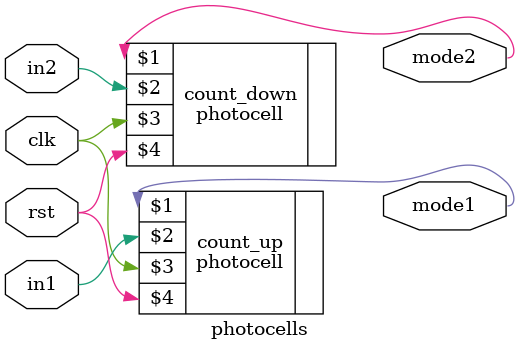
<source format=v>
module photocells(in1,in2,mode1,mode2,clk,rst);
output reg mode1,mode2;
input in1,in2,clk,rst;
 photocell count_up(mode1,in1,clk,rst);
 photocell count_down(mode2,in2,clk,rst);
endmodule
</source>
